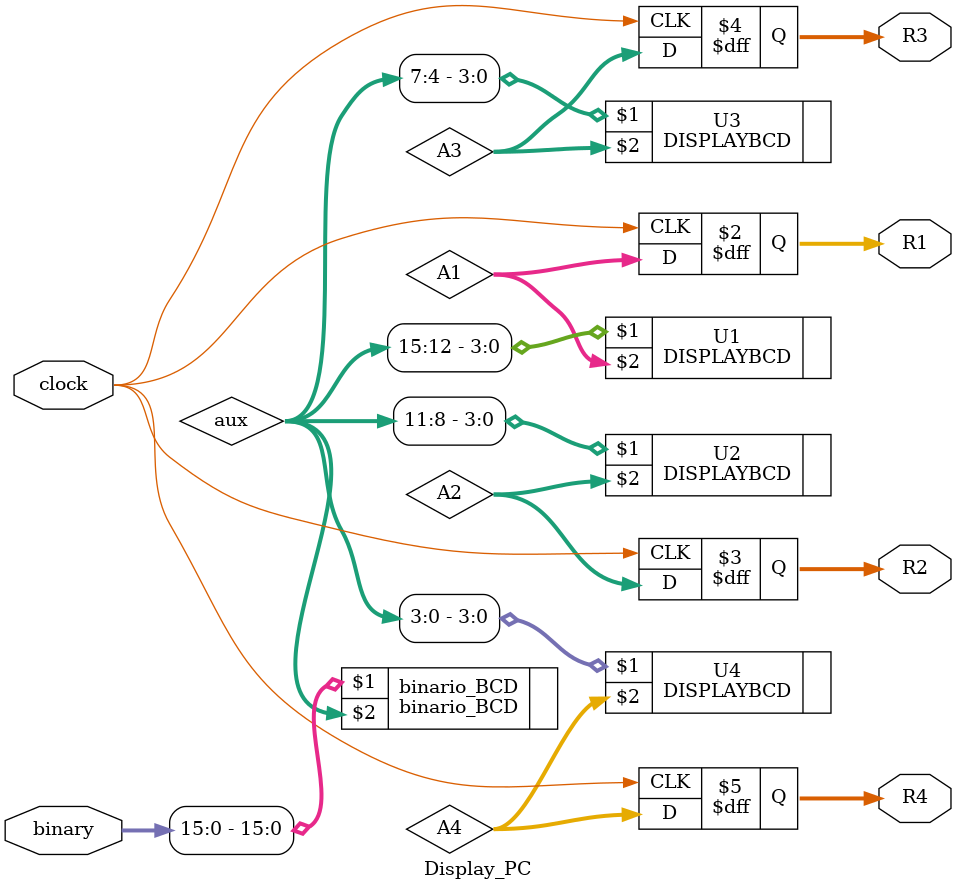
<source format=v>
module Display_PC (binary, R1, R2, R3, R4, clock);

	input [31:0] binary; 
	input clock;
	output reg [6:0] R1, R2, R3, R4;
	wire [15:0] aux; 
	wire [6:0] A1, A2, A3, A4;
	
	binario_BCD binario_BCD (binary[15:0], aux);
	

	DISPLAYBCD U1 (aux[15:12], A1);//unidade
	DISPLAYBCD U2 (aux[11:8], A2);//dezena
	DISPLAYBCD U3 (aux[7:4], A3);	//centena
	DISPLAYBCD U4 (aux[3:0], A4);	//mil
	
		always@ (posedge clock)
			begin
			R1=A1;
			R2=A2;
			R3=A3;
			R4=A4;
			end

endmodule
</source>
